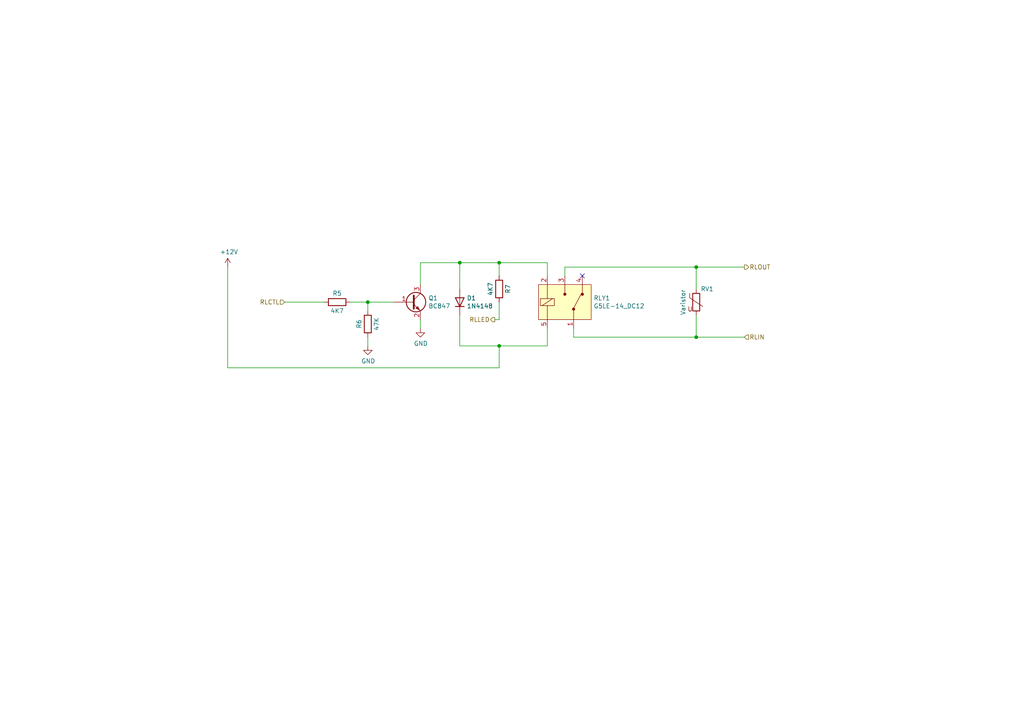
<source format=kicad_sch>
(kicad_sch (version 20230121) (generator eeschema)
  (paper "A4")
  (title_block (title "KAPAK/VANA KONTROL KARTI") (date "2022-06-28") (rev "2.0") (company "AKIM Elektronik LTD. STI.") (comment 1 "kursad@akim.com.tr") (comment 2 "Kursad Karslioglu"))
  (lib_symbols
    (symbol "Device:R" (pin_numbers hide) (pin_names (offset 0))
      (property "Reference" "R" (at 2.032 0 90))
      (property "Value" "R" (at 0 0 90))
      (symbol "R_0_1"
        (rectangle (start -1.016 -2.54) (end 1.016 2.54) (stroke (width 0.254)))
      )
      (symbol "R_1_1"
        (pin passive line (at 0 3.81 270) (length 1.27) (name "~") (number "1"))
        (pin passive line (at 0 -3.81 90) (length 1.27) (name "~") (number "2"))
      )
    )
    (symbol "Device:Varistor" (pin_numbers hide) (pin_names (offset 0))
      (property "Reference" "RV" (at 3.175 0 90))
      (property "Value" "Varistor" (at -3.175 0 90))
      (symbol "Varistor_0_0"
        (text "U" (at -1.778 -2.032 0) (effects (font (size 1.27 1.27))))
      )
      (symbol "Varistor_0_1"
        (rectangle (start -1.016 -2.54) (end 1.016 2.54) (stroke (width 0.254)))
        (polyline (pts (xy -1.905 2.54) (xy -1.905 1.27) (xy 1.905 -1.27)))
      )
      (symbol "Varistor_1_1"
        (pin passive line (at 0 3.81 270) (length 1.27) (name "~") (number "1"))
        (pin passive line (at 0 -3.81 90) (length 1.27) (name "~") (number "2"))
      )
    )
    (symbol "Diode:1N4148" (pin_numbers hide) (pin_names (offset 1.016) hide)
      (property "Reference" "D" (at 0 2.54 0))
      (property "Value" "1N4148" (at 0 -2.54 0))
      (symbol "1N4148_0_1"
        (polyline (pts (xy -1.27 1.27) (xy -1.27 -1.27)) (stroke (width 0.254)))
        (polyline (pts (xy 1.27 0) (xy -1.27 0)))
        (polyline (pts (xy 1.27 1.27) (xy 1.27 -1.27) (xy -1.27 0) (xy 1.27 1.27)) (stroke (width 0.254)))
      )
      (symbol "1N4148_1_1"
        (pin passive line (at -3.81 0 0) (length 2.54) (name "K") (number "1"))
        (pin passive line (at 3.81 0 180) (length 2.54) (name "A") (number "2"))
      )
    )
    (symbol "Transistor_BJT:BC847" (pin_names (offset 0) hide)
      (property "Reference" "Q" (at 5.08 1.905 0))
      (property "Value" "BC847" (at 5.08 0 0))
      (symbol "BC847_0_1"
        (polyline (pts (xy 0.635 0.635) (xy 2.54 2.54)))
        (polyline (pts (xy 0.635 -0.635) (xy 2.54 -2.54) (xy 2.54 -2.54)))
        (polyline (pts (xy 0.635 1.905) (xy 0.635 -1.905) (xy 0.635 -1.905)) (stroke (width 0.508)))
        (polyline (pts (xy 1.27 -1.778) (xy 1.778 -1.27) (xy 2.286 -2.286) (xy 1.27 -1.778) (xy 1.27 -1.778)) (fill (type outline)))
        (circle (center 1.27 0) (radius 2.8194) (stroke (width 0.254)))
      )
      (symbol "BC847_1_1"
        (pin input line (at -5.08 0 0) (length 5.715) (name "B") (number "1"))
        (pin passive line (at 2.54 -5.08 90) (length 2.54) (name "E") (number "2"))
        (pin passive line (at 2.54 5.08 270) (length 2.54) (name "C") (number "3"))
      )
    )
    (symbol "kanal-kapak-hardware-rescue:G5LE-14_DC12-dk_Power-Relays-Over-2-Amps" (pin_names (offset 0) hide)
      (property "Reference" "RLY" (at -8.636 6.858 0))
      (property "Value" "G5LE-14_DC12-dk_Power-Relays-Over-2-Amps" (at -8.89 5.08 90))
      (symbol "G5LE-14_DC12-dk_Power-Relays-Over-2-Amps_0_1"
        (rectangle (start -7.62 5.08) (end 7.62 -5.08) (fill (type background)))
        (rectangle (start -7.112 1.016) (end -3.048 -1.016))
        (polyline (pts (xy -6.604 -1.016) (xy -3.556 1.016)))
        (polyline (pts (xy -5.08 -5.08) (xy -5.08 -1.016)))
        (polyline (pts (xy -5.08 5.08) (xy -5.08 1.016)))
        (polyline (pts (xy 0 5.08) (xy 0 2.54)))
        (polyline (pts (xy 2.54 -5.08) (xy 2.54 -2.286)))
        (polyline (pts (xy 2.54 -1.778) (xy 4.826 2.54)))
        (polyline (pts (xy 5.08 5.08) (xy 5.08 2.54)))
        (circle (center 0 2.286) (radius 0.3556) (fill (type outline)))
        (circle (center 2.54 -2.032) (radius 0.3556) (fill (type outline)))
        (circle (center 5.08 2.286) (radius 0.3556) (fill (type outline)))
      )
      (symbol "G5LE-14_DC12-dk_Power-Relays-Over-2-Amps_1_1"
        (pin passive line (at 2.54 -7.62 90) (length 2.54) (name "COM") (number "1"))
        (pin passive line (at -5.08 7.62 270) (length 2.54) (name "COIL") (number "2"))
        (pin passive line (at 0 7.62 270) (length 2.54) (name "NO") (number "3"))
        (pin passive line (at 5.08 7.62 270) (length 2.54) (name "NC") (number "4"))
        (pin passive line (at -5.08 -7.62 90) (length 2.54) (name "COIL") (number "5"))
      )
    )
    (symbol "power:+12V" (power) (pin_names (offset 0))
      (property "Value" "+12V" (at 0 3.556 0))
      (symbol "+12V_0_1"
        (polyline (pts (xy -0.762 1.27) (xy 0 2.54)))
        (polyline (pts (xy 0 0) (xy 0 2.54)))
        (polyline (pts (xy 0 2.54) (xy 0.762 1.27)))
      )
      (symbol "+12V_1_1"
        (pin power_in line (at 0 0 90) (length 0) hide (name "+12V") (number "1"))
      )
    )
    (symbol "power:GND" (power) (pin_names (offset 0))
      (property "Value" "GND" (at 0 -3.81 0))
      (symbol "GND_0_1"
        (polyline (pts (xy 0 0) (xy 0 -1.27) (xy 1.27 -1.27) (xy 0 -2.54) (xy -1.27 -1.27) (xy 0 -1.27)))
      )
      (symbol "GND_1_1"
        (pin power_in line (at 0 0 270) (length 0) hide (name "GND") (number "1"))
      )
    )
  )
  (junction (at 106.68 87.63))
  (junction (at 201.93 77.47))
  (junction (at 201.93 97.79))
  (junction (at 144.78 76.2))
  (junction (at 133.35 76.2))
  (junction (at 144.78 100.33))
  (no_connect (at 168.91 80.01))
  (wire (pts (xy 121.92 76.2) (xy 121.92 82.55)))
  (wire (pts (xy 133.35 76.2) (xy 121.92 76.2)))
  (wire (pts (xy 144.78 92.71) (xy 143.51 92.71)))
  (wire (pts (xy 66.04 106.68) (xy 66.04 77.47)))
  (wire (pts (xy 106.68 87.63) (xy 114.3 87.63)))
  (wire (pts (xy 144.78 106.68) (xy 144.78 100.33)))
  (wire (pts (xy 166.37 97.79) (xy 201.93 97.79)))
  (wire (pts (xy 66.04 106.68) (xy 144.78 106.68)))
  (wire (pts (xy 144.78 100.33) (xy 158.75 100.33)))
  (wire (pts (xy 121.92 92.71) (xy 121.92 95.25)))
  (wire (pts (xy 163.83 80.01) (xy 163.83 77.47)))
  (wire (pts (xy 106.68 90.17) (xy 106.68 87.63)))
  (wire (pts (xy 158.75 80.01) (xy 158.75 76.2)))
  (wire (pts (xy 201.93 97.79) (xy 215.9 97.79)))
  (wire (pts (xy 201.93 77.47) (xy 215.9 77.47)))
  (wire (pts (xy 133.35 91.44) (xy 133.35 100.33)))
  (wire (pts (xy 133.35 83.82) (xy 133.35 76.2)))
  (wire (pts (xy 201.93 83.82) (xy 201.93 77.47)))
  (wire (pts (xy 101.6 87.63) (xy 106.68 87.63)))
  (wire (pts (xy 158.75 95.25) (xy 158.75 100.33)))
  (wire (pts (xy 144.78 87.63) (xy 144.78 92.71)))
  (wire (pts (xy 106.68 100.33) (xy 106.68 97.79)))
  (wire (pts (xy 201.93 91.44) (xy 201.93 97.79)))
  (wire (pts (xy 158.75 76.2) (xy 144.78 76.2)))
  (wire (pts (xy 144.78 76.2) (xy 133.35 76.2)))
  (wire (pts (xy 82.55 87.63) (xy 93.98 87.63)))
  (wire (pts (xy 163.83 77.47) (xy 201.93 77.47)))
  (wire (pts (xy 166.37 95.25) (xy 166.37 97.79)))
  (wire (pts (xy 144.78 80.01) (xy 144.78 76.2)))
  (wire (pts (xy 133.35 100.33) (xy 144.78 100.33)))
  (hierarchical_label "RLLED" (shape output) (at 143.51 92.71 180))
  (hierarchical_label "RLCTL" (shape input) (at 82.55 87.63 180))
  (hierarchical_label "RLIN" (shape input) (at 215.9 97.79 0))
  (hierarchical_label "RLOUT" (shape output) (at 215.9 77.47 0))
  (symbol (lib_id "Transistor_BJT:BC847") (at 119.38 87.63 0) (unit 1)
    (property "Reference" "Q1" (at 124.2314 86.4616 0) (effects (justify left)))
    (property "Value" "BC847" (at 124.2314 88.773 0) (effects (justify left)))
    (property "Footprint" "Package_TO_SOT_SMD:SOT-23" (effects hide))
    (property "Datasheet" "http://www.infineon.com/dgdl/Infineon-BC847SERIES_BC848SERIES_BC849SERIES_BC850SERIES-DS-v01_01-en.pdf?fileId=db3a304314dca389011541d4630a1657" (effects hide))
    (property "Digikey" "3757-BC847C_R1_00001DKR-ND" (effects hide))
  )
  (symbol (lib_id "Device:R") (at 97.79 87.63 270) (unit 1)
    (property "Reference" "R5" (at 97.79 85.09 90))
    (property "Value" "4K7" (at 97.79 90.17 90))
    (property "Footprint" "Resistor_SMD:R_0603_1608Metric" (effects hide))
    (property "Digikey" "311-47.0KHRCT-ND" (effects hide))
  )
  (symbol (lib_id "Device:R") (at 106.68 93.98 0) (unit 1)
    (property "Reference" "R6" (at 104.14 93.98 90))
    (property "Value" "47K" (at 109.22 93.98 90))
    (property "Footprint" "Resistor_SMD:R_0603_1608Metric" (effects hide))
    (property "Digikey" "311-47.0KHRCT-ND" (effects hide))
  )
  (symbol (lib_id "power:GND") (at 106.68 100.33 0) (unit 1)
    (property "Reference" "#PWR019" (effects hide))
    (property "Value" "GND" (at 106.807 104.7242 0))
  )
  (symbol (lib_id "power:GND") (at 121.92 95.25 0) (unit 1)
    (property "Reference" "#PWR020" (effects hide))
    (property "Value" "GND" (at 122.047 99.6442 0))
  )
  (symbol (lib_id "kanal-kapak-hardware-rescue:G5LE-14_DC12-dk_Power-Relays-Over-2-Amps") (at 163.83 87.63 0) (unit 1)
    (property "Reference" "RLY1" (at 172.1612 86.4616 0) (effects (justify left)))
    (property "Value" "G5LE-14_DC12" (at 172.1612 88.773 0) (effects (justify left)))
    (property "Footprint" "digikey-footprints:Relay_THT_G5LE-14" (effects hide))
    (property "Datasheet" "https://omronfs.omron.com/en_US/ecb/products/pdf/en-g5le.pdf" (effects hide))
    (property "Digi-Key_PN" "Z1012-ND" (effects hide))
    (property "MPN" "G5LE-14 DC12" (effects hide))
    (property "Category" "Relays" (effects hide))
    (property "Family" "Power Relays, Over 2 Amps" (effects hide))
    (property "DK_Datasheet_Link" "https://omronfs.omron.com/en_US/ecb/products/pdf/en-g5le.pdf" (effects hide))
    (property "DK_Detail_Page" "/product-detail/en/omron-electronics-inc-emc-div/G5LE-14-DC12/Z1012-ND/280369" (effects hide))
    (property "Description" "RELAY GEN PURPOSE SPDT 10A 12V" (effects hide))
    (property "Manufacturer" "Omron Electronics Inc-EMC Div" (effects hide))
    (property "Status" "Active" (effects hide))
    (property "Digikey" "Z1012-ND" (effects hide))
  )
  (symbol (lib_id "Diode:1N4148") (at 133.35 87.63 90) (unit 1)
    (property "Reference" "D1" (at 135.382 86.4616 90) (effects (justify right)))
    (property "Value" "1N4148" (at 135.382 88.773 90) (effects (justify right)))
    (property "Footprint" "Diode_SMD:D_MiniMELF" (effects hide))
    (property "Datasheet" "https://assets.nexperia.com/documents/data-sheet/1N4148_1N4448.pdf" (effects hide))
    (property "Digikey" "1086-15206-ND" (effects hide))
  )
  (symbol (lib_id "Device:R") (at 144.78 83.82 180) (unit 1)
    (property "Reference" "R7" (at 147.32 83.82 90))
    (property "Value" "4K7" (at 142.24 83.82 90))
    (property "Footprint" "Resistor_SMD:R_0603_1608Metric" (effects hide))
    (property "Digikey" "311-47.0KHRCT-ND" (effects hide))
  )
  (symbol (lib_id "power:+12V") (at 66.04 77.47 0) (unit 1)
    (property "Reference" "#PWR018" (effects hide))
    (property "Value" "+12V" (at 66.421 73.0758 0))
  )
  (symbol (lib_id "Device:Varistor") (at 201.93 87.63 0) (unit 1)
    (property "Reference" "RV1" (at 203.2 83.82 0) (effects (justify left)))
    (property "Value" "Varistor" (at 198.12 91.44 90) (effects (justify left)))
    (property "Footprint" "Varistor:RV_Disc_D7mm_W3.4mm_P5mm" (effects hide))
    (property "Digikey" "MOV-07D221K-ND" (effects hide))
  )
)
</source>
